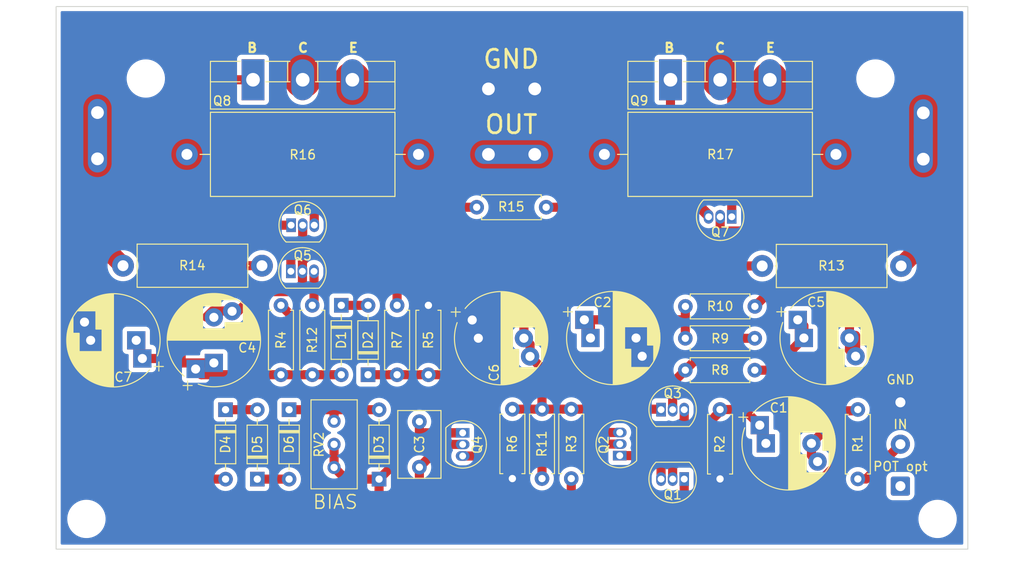
<source format=kicad_pcb>
(kicad_pcb (version 20211014) (generator pcbnew)
  (layers (0 "F.Cu" signal) (31 "B.Cu" signal) (34 "B.Paste" user) (35 "F.Paste" user) (36 "B.SilkS" user "B.Silkscreen") (37 "F.SilkS" user "F.Silkscreen") (38 "B.Mask" user) (39 "F.Mask" user) (44 "Edge.Cuts" user))
  (net 0 "")
  (net 1 "Net-(C1-Pad1)")
  (net 2 "Net-(C1-Pad2)")
  (net 3 "GND")
  (net 4 "Net-(C2-Pad1)")
  (net 5 "Net-(C3-Pad1)")
  (net 6 "Net-(C3-Pad2)")
  (net 7 "Net-(C4-Pad1)")
  (net 8 "Net-(C4-Pad2)")
  (net 9 "Net-(C5-Pad1)")
  (net 10 "OUT")
  (net 11 "Net-(C6-Pad2)")
  (net 12 "Net-(D1-Pad1)")
  (net 13 "Net-(D2-Pad1)")
  (net 14 "Net-(D3-Pad2)")
  (net 15 "Net-(D4-Pad1)")
  (net 16 "Net-(D4-Pad2)")
  (net 17 "Net-(D5-Pad1)")
  (net 18 "IN")
  (net 19 "-VDC")
  (net 20 "+VDC")
  (net 21 "Net-(Q1-Pad3)")
  (net 22 "Net-(Q2-Pad3)")
  (net 23 "Net-(Q3-Pad2)")
  (net 24 "Net-(Q4-Pad3)")
  (net 25 "Net-(Q5-Pad3)")
  (net 26 "Net-(Q6-Pad3)")
  (net 27 "Net-(Q7-Pad3)")
  (net 28 "Net-(R1-Pad1)")
  (net 29 "Net-(Q8-Pad3)")
  (net 30 "Net-(Q9-Pad3)")
  (footprint "Connector_Wire:SolderWire-0.5sqmm_1x03_P4.6mm_D0.9mm_OD2.1mm" (layer "F.Cu") (at 167.46 82.387911 90)
    (fp_text reference "POT opt" (at 2.157911 0.000406) (layer "F.SilkS"))
    (fp_text value "56K")
    (pad "1" thru_hole roundrect locked (at 0 0 90) (size 2.1 2.1) (drill 1.1) (layers *.Cu *.Mask) (roundrect_rratio 0.1190480952) (net 18 "IN"))
    (pad "2" thru_hole circle locked (at 4.6 0 90) (size 2.1 2.1) (drill 1.1) (layers *.Cu *.Mask) (net 28 "Net-(R1-Pad1)"))
    (pad "3" thru_hole circle locked (at 9.2 0 90) (size 2.1 2.1) (drill 1.1) (layers *.Cu *.Mask) (net 3 "GND"))
  )
  (footprint "Resistor_THT:R_Axial_DIN0207_L6.3mm_D2.5mm_P7.62mm_Horizontal" (layer "F.Cu") (at 143.867094 69.658167)
    (fp_text reference "R8" (at 3.81 -0.011774) (layer "F.SilkS"))
    (fp_text value "82K")
    (pad "1" thru_hole circle locked (at 0 0) (size 1.6 1.6) (drill 0.8) (layers *.Cu *.Mask) (net 23 "Net-(Q3-Pad2)"))
    (pad "2" thru_hole oval locked (at 7.62 0) (size 1.6 1.6) (drill 0.8) (layers *.Cu *.Mask) (net 9 "Net-(C5-Pad1)"))
  )
  (footprint "Diode_THT:D_DO-35_SOD27_P7.62mm_Horizontal" (layer "F.Cu") (at 96.920823 81.62 90)
    (fp_text reference "D5" (at 3.797292 0.006792 90) (layer "F.SilkS"))
    (fp_text value "1N4149")
    (fp_text user " " (at 0 -1.8 90) (layer "F.SilkS"))
    (pad "1" thru_hole rect locked (at 0 0 90) (size 1.6 1.6) (drill 0.8) (layers *.Cu *.Mask) (net 17 "Net-(D5-Pad1)"))
    (pad "2" thru_hole oval locked (at 7.62 0 90) (size 1.6 1.6) (drill 0.8) (layers *.Cu *.Mask) (net 15 "Net-(D4-Pad1)"))
  )
  (footprint "Resistor_THT:R_Axial_DIN0207_L6.3mm_D2.5mm_P7.62mm_Horizontal" (layer "F.Cu") (at 128.605 51.77 180)
    (fp_text reference "R15" (at 3.825 0.048109 180) (layer "F.SilkS"))
    (fp_text value "470/1W")
    (pad "1" thru_hole circle locked (at 0 0 180) (size 1.6 1.6) (drill 0.8) (layers *.Cu *.Mask) (net 27 "Net-(Q7-Pad3)"))
    (pad "2" thru_hole oval locked (at 7.62 0 180) (size 1.6 1.6) (drill 0.8) (layers *.Cu *.Mask) (net 26 "Net-(Q6-Pad3)"))
  )
  (footprint "Resistor_THT:R_Axial_DIN0207_L6.3mm_D2.5mm_P7.62mm_Horizontal" (layer "F.Cu") (at 124.897305 73.94 -90)
    (fp_text reference "R6" (at 3.805 0.016344 90) (layer "F.SilkS"))
    (fp_text value "22K")
    (pad "1" thru_hole circle locked (at 0 0 270) (size 1.6 1.6) (drill 0.8) (layers *.Cu *.Mask) (net 11 "Net-(C6-Pad2)"))
    (pad "2" thru_hole oval locked (at 7.62 0 270) (size 1.6 1.6) (drill 0.8) (layers *.Cu *.Mask) (net 3 "GND"))
  )
  (footprint "MountingHole:MountingHole_3.2mm_M3" (layer "F.Cu") (at 171.54 85.99)
    (fp_text reference "REF**" hide)
    (fp_text value "MountingHole_3.2mm_M3")
    (pad "" np_thru_hole circle locked (at 0 0) (size 3.2 3.2) (drill 3.2) (layers *.Cu *.Mask))
  )
  (footprint "Resistor_THT:R_Axial_DIN0922_L20.0mm_D9.0mm_P25.40mm_Horizontal" (layer "F.Cu") (at 114.6 45.967234 180)
    (fp_text reference "R16" (at 12.7 -0.043) (layer "F.SilkS"))
    (fp_text value "0R33/5W")
    (pad "1" thru_hole circle locked (at 0 0 180) (size 2.4 2.4) (drill 1.2) (layers *.Cu *.Mask) (net 10 "OUT"))
    (pad "2" thru_hole oval locked (at 25.4 0 180) (size 2.4 2.4) (drill 1.2) (layers *.Cu *.Mask) (net 29 "Net-(Q8-Pad3)"))
  )
  (footprint "MountingHole:MountingHole_3.2mm_M3" (layer "F.Cu") (at 78.18 85.99)
    (fp_text reference "REF**" hide)
    (fp_text value "MountingHole_3.2mm_M3")
    (pad "" np_thru_hole circle locked (at 0 0) (size 3.2 3.2) (drill 3.2) (layers *.Cu *.Mask))
  )
  (footprint "Capacitor_THT:CP_Radial_D10.0mm_P5.00mm_P7.50mm" (layer "F.Cu") (at 133.464628 66.13)
    (fp_text reference "C2" (at 1.322466 -3.909642) (layer "F.SilkS"))
    (fp_text value "10uF/25V")
    (pad "1" thru_hole rect locked (at 0 0) (size 2 2) (drill 1) (layers *.Cu *.Mask) (net 4 "Net-(C2-Pad1)"))
    (pad "1" thru_hole rect locked (at -0.672144 -2) (size 2 2) (drill 1) (layers *.Cu *.Mask) (net 4 "Net-(C2-Pad1)"))
    (pad "2" thru_hole circle locked (at 5 0) (size 2 2) (drill 1) (layers *.Cu *.Mask) (net 3 "GND"))
    (pad "2" thru_hole circle locked (at 5.672144 2) (size 2 2) (drill 1) (layers *.Cu *.Mask) (net 3 "GND"))
  )
  (footprint "Resistor_THT:R_Axial_DIN0414_L11.9mm_D4.5mm_P15.24mm_Horizontal" (layer "F.Cu") (at 152.3 58.217966)
    (fp_text reference "R13" (at 7.6 -0.018023) (layer "F.SilkS"))
    (fp_text value "82/1W")
    (pad "1" thru_hole circle locked (at 0 0) (size 2.4 2.4) (drill 1.2) (layers *.Cu *.Mask) (net 11 "Net-(C6-Pad2)"))
    (pad "2" thru_hole oval locked (at 15.24 0) (size 2.4 2.4) (drill 1.2) (layers *.Cu *.Mask) (net 19 "-VDC"))
  )
  (footprint "MountingHole:MountingHole_3.2mm_M3" (layer "F.Cu") (at 84.69 37.64)
    (fp_text reference "REF**" hide)
    (fp_text value "MountingHole_3.2mm_M3")
    (pad "" np_thru_hole circle locked (at 0 0) (size 3.2 3.2) (drill 3.2) (layers *.Cu *.Mask))
  )
  (footprint "Custom Library:Spade Conector 6.3mm TE_1217861" (layer "F.Cu") (at 124.8125 45.967234)
    (fp_text reference "J2" hide)
    (fp_text value "OUT" hide)
    (pad "1" thru_hole oval (at 2.54 0) (size 5 2.1) (drill 1.4 (offset -1 0)) (layers *.Cu *.Mask) (net 10 "OUT"))
    (pad "1" thru_hole oval (at -2.54 0) (size 5 2.1) (drill 1.4 (offset 1 0)) (layers *.Cu *.Mask) (net 10 "OUT"))
  )
  (footprint "Resistor_THT:R_Axial_DIN0207_L6.3mm_D2.5mm_P7.62mm_Horizontal" (layer "F.Cu") (at 128.147305 73.94 -90)
    (fp_text reference "R11" (at 3.805 0.016344 90) (layer "F.SilkS"))
    (fp_text value "47")
    (pad "1" thru_hole circle locked (at 0 0 270) (size 1.6 1.6) (drill 0.8) (layers *.Cu *.Mask) (net 11 "Net-(C6-Pad2)"))
    (pad "2" thru_hole oval locked (at 7.62 0 270) (size 1.6 1.6) (drill 0.8) (layers *.Cu *.Mask) (net 24 "Net-(Q4-Pad3)"))
  )
  (footprint "Package_TO_SOT_THT:TO-92_Inline" (layer "F.Cu") (at 148.96 52.82 180)
    (fp_text reference "Q7" (at 1.27 -1.662708) (layer "F.SilkS"))
    (fp_text value "BC556")
    (pad "1" thru_hole rect locked (at 0 0 180) (size 1.05 1.5) (drill 0.75) (layers *.Cu *.Mask) (net 19 "-VDC"))
    (pad "2" thru_hole oval locked (at 1.27 0 180) (size 1.05 1.5) (drill 0.75) (layers *.Cu *.Mask) (net 6 "Net-(C3-Pad2)"))
    (pad "3" thru_hole oval locked (at 2.54 0 180) (size 1.05 1.5) (drill 0.75) (layers *.Cu *.Mask) (net 27 "Net-(Q7-Pad3)"))
  )
  (footprint "MountingHole:MountingHole_3.2mm_M3" (layer "F.Cu") (at 164.72 37.64)
    (fp_text reference "REF**" hide)
    (fp_text value "MountingHole_3.2mm_M3")
    (pad "" np_thru_hole circle locked (at 0 0) (size 3.2 3.2) (drill 3.2) (layers *.Cu *.Mask))
  )
  (footprint "Package_TO_SOT_THT:TO-92_Inline" (layer "F.Cu") (at 100.63 53.739003)
    (fp_text reference "Q6" (at 1.27 -1.662708) (layer "F.SilkS"))
    (fp_text value "BC546")
    (pad "1" thru_hole rect locked (at 0 0) (size 1.05 1.5) (drill 0.75) (layers *.Cu *.Mask) (net 20 "+VDC"))
    (pad "2" thru_hole oval locked (at 1.27 0) (size 1.05 1.5) (drill 0.75) (layers *.Cu *.Mask) (net 16 "Net-(D4-Pad2)"))
    (pad "3" thru_hole oval locked (at 2.54 0) (size 1.05 1.5) (drill 0.75) (layers *.Cu *.Mask) (net 26 "Net-(Q6-Pad3)"))
  )
  (footprint "Package_TO_SOT_THT:TO-92_Inline" (layer "F.Cu") (at 136.677094 79.040588 90)
    (fp_text reference "Q2" (at 1.192362 -1.740978 90) (layer "F.SilkS"))
    (fp_text value "BC556")
    (pad "1" thru_hole rect locked (at 0 0 90) (size 1.05 1.5) (drill 0.75) (layers *.Cu *.Mask) (net 21 "Net-(Q1-Pad3)"))
    (pad "2" thru_hole oval locked (at 1.27 0 90) (size 1.05 1.5) (drill 0.75) (layers *.Cu *.Mask) (net 13 "Net-(D2-Pad1)"))
    (pad "3" thru_hole oval locked (at 2.54 0 90) (size 1.05 1.5) (drill 0.75) (layers *.Cu *.Mask) (net 22 "Net-(Q2-Pad3)"))
  )
  (footprint "Resistor_THT:R_Axial_DIN0207_L6.3mm_D2.5mm_P7.62mm_Horizontal" (layer "F.Cu") (at 99.514628 62.54 -90)
    (fp_text reference "R4" (at 3.815 0.005 90) (layer "F.SilkS"))
    (fp_text value "560")
    (pad "1" thru_hole circle locked (at 0 0 270) (size 1.6 1.6) (drill 0.8) (layers *.Cu *.Mask) (net 22 "Net-(Q2-Pad3)"))
    (pad "2" thru_hole oval locked (at 7.62 0 270) (size 1.6 1.6) (drill 0.8) (layers *.Cu *.Mask) (net 7 "Net-(C4-Pad1)"))
  )
  (footprint "Diode_THT:D_DO-35_SOD27_P7.62mm_Horizontal" (layer "F.Cu") (at 109.068454 70.16 90)
    (fp_text reference "D2" (at 3.805 -0.004104 90) (layer "F.SilkS"))
    (fp_text value "1N4149")
    (fp_text user " " (at 0 -1.8 90) (layer "F.SilkS"))
    (pad "1" thru_hole rect locked (at 0 0 90) (size 1.6 1.6) (drill 0.8) (layers *.Cu *.Mask) (net 13 "Net-(D2-Pad1)"))
    (pad "2" thru_hole oval locked (at 7.62 0 90) (size 1.6 1.6) (drill 0.8) (layers *.Cu *.Mask) (net 12 "Net-(D1-Pad1)"))
  )
  (footprint "Capacitor_THT:C_Rect_L7.2mm_W4.5mm_P5.00mm_FKS2_FKP2_MKS2_MKP2" (layer "F.Cu") (at 114.697425 80.31 90)
    (fp_text reference "C3" (at 2.487292 0.011632 90) (layer "F.SilkS"))
    (fp_text value "47pF")
    (pad "1" thru_hole circle locked (at 0 0 90) (size 1.6 1.6) (drill 0.8) (layers *.Cu *.Mask) (net 5 "Net-(C3-Pad1)"))
    (pad "2" thru_hole circle locked (at 5 0 90) (size 1.6 1.6) (drill 0.8) (layers *.Cu *.Mask) (net 6 "Net-(C3-Pad2)"))
  )
  (footprint "Capacitor_THT:CP_Radial_D10.0mm_P5.00mm_P7.50mm" (layer "F.Cu") (at 152.704417 77.695411)
    (fp_text reference "C1" (at 1.404707 -3.905) (layer "F.SilkS"))
    (fp_text value "10nF")
    (pad "1" thru_hole rect locked (at 0 0) (size 2 2) (drill 1) (layers *.Cu *.Mask) (net 1 "Net-(C1-Pad1)"))
    (pad "1" thru_hole rect locked (at -0.672144 -2) (size 2 2) (drill 1) (layers *.Cu *.Mask) (net 1 "Net-(C1-Pad1)"))
    (pad "2" thru_hole circle locked (at 5 0) (size 2 2) (drill 1) (layers *.Cu *.Mask) (net 2 "Net-(C1-Pad2)"))
    (pad "2" thru_hole circle locked (at 5.672144 2) (size 2 2) (drill 1) (layers *.Cu *.Mask) (net 2 "Net-(C1-Pad2)"))
  )
  (footprint "Custom Library:Spade Conector 6.3mm TE_1217861" (layer "F.Cu") (at 169.97 43.952616 -90)
    (fp_text reference "J3" hide)
    (fp_text value "V+" hide)
    (pad "1" thru_hole oval (at -2.54 0 270) (size 5 2.1) (drill 1.4 (offset 1 0)) (layers *.Cu *.Mask) (net 19 "-VDC"))
    (pad "1" thru_hole oval (at 2.54 0 270) (size 5 2.1) (drill 1.4 (offset -1 0)) (layers *.Cu *.Mask) (net 19 "-VDC"))
  )
  (footprint "Diode_THT:D_DO-35_SOD27_P7.62mm_Horizontal" (layer "F.Cu") (at 110.275823 81.62 90)
    (fp_text reference "D3" (at 3.797292 0.001792 90) (layer "F.SilkS"))
    (fp_text value "1N4149")
    (fp_text user " " (at 0 -1.8 90) (layer "F.SilkS"))
    (pad "1" thru_hole rect locked (at 0 0 90) (size 1.6 1.6) (drill 0.8) (layers *.Cu *.Mask) (net 6 "Net-(C3-Pad2)"))
    (pad "2" thru_hole oval locked (at 7.62 0 90) (size 1.6 1.6) (drill 0.8) (layers *.Cu *.Mask) (net 14 "Net-(D3-Pad2)"))
  )
  (footprint "Potentiometer_THT:Potentiometer_Bourns_3296W_Vertical" (layer "F.Cu") (at 105.340823 75.26 90)
    (fp_text reference "RV2" (at -2.562708 -1.64937 90) (layer "F.SilkS"))
    (fp_text value "1K")
    (pad "1" thru_hole circle locked (at 0 0 90) (size 1.44 1.44) (drill 0.8) (layers *.Cu *.Mask) (net 14 "Net-(D3-Pad2)"))
    (pad "2" thru_hole circle locked (at -2.54 0 90) (size 1.44 1.44) (drill 0.8) (layers *.Cu *.Mask) (net 6 "Net-(C3-Pad2)"))
    (pad "3" thru_hole circle locked (at -5.08 0 90) (size 1.44 1.44) (drill 0.8) (layers *.Cu *.Mask) (net 6 "Net-(C3-Pad2)"))
  )
  (footprint "Capacitor_THT:CP_Radial_D10.0mm_P5.00mm_P7.50mm" (layer "F.Cu") (at 83.64 66.38 180)
    (fp_text reference "C7" (at 1.41 -4.04 180) (layer "F.SilkS"))
    (fp_text value "220uF")
    (pad "1" thru_hole rect locked (at -0.672144 -2 180) (size 2 2) (drill 1) (layers *.Cu *.Mask) (net 7 "Net-(C4-Pad1)"))
    (pad "1" thru_hole rect locked (at 0 0 180) (size 2 2) (drill 1) (layers *.Cu *.Mask) (net 7 "Net-(C4-Pad1)"))
    (pad "2" thru_hole circle locked (at 5.672144 2 180) (size 2 2) (drill 1) (layers *.Cu *.Mask) (net 3 "GND"))
    (pad "2" thru_hole circle locked (at 5 0 180) (size 2 2) (drill 1) (layers *.Cu *.Mask) (net 3 "GND"))
  )
  (footprint "Diode_THT:D_DO-35_SOD27_P7.62mm_Horizontal" (layer "F.Cu") (at 93.435823 74 -90)
    (fp_text reference "D4" (at 3.822708 0.003208 90) (layer "F.SilkS"))
    (fp_text value "1N4149")
    (fp_text user " " (at 0 -1.8 90) (layer "F.SilkS"))
    (pad "1" thru_hole rect locked (at 0 0 270) (size 1.6 1.6) (drill 0.8) (layers *.Cu *.Mask) (net 15 "Net-(D4-Pad1)"))
    (pad "2" thru_hole oval locked (at 7.62 0 270) (size 1.6 1.6) (drill 0.8) (layers *.Cu *.Mask) (net 16 "Net-(D4-Pad2)"))
  )
  (footprint "Package_TO_SOT_THT:TO-92_Inline" (layer "F.Cu") (at 143.747094 81.611769 180)
    (fp_text reference "Q1" (at 1.27 -1.725) (layer "F.SilkS"))
    (fp_text value "BC556")
    (pad "1" thru_hole rect locked (at 0 0 180) (size 1.05 1.5) (drill 0.75) (layers *.Cu *.Mask) (net 5 "Net-(C3-Pad1)"))
    (pad "2" thru_hole oval locked (at 1.27 0 180) (size 1.05 1.5) (drill 0.75) (layers *.Cu *.Mask) (net 1 "Net-(C1-Pad1)"))
    (pad "3" thru_hole oval locked (at 2.54 0 180) (size 1.05 1.5) (drill 0.75) (layers *.Cu *.Mask) (net 21 "Net-(Q1-Pad3)"))
  )
  (footprint "Capacitor_THT:CP_Radial_D10.0mm_P5.00mm_P7.50mm" (layer "F.Cu") (at 121.165135 66.15)
    (fp_text reference "C6" (at 1.727677 3.792229 90) (layer "F.SilkS"))
    (fp_text value "220uF")
    (pad "1" thru_hole rect locked (at 0 0) (size 2 2) (drill 1) (layers *.Cu *.Mask) (net 3 "GND"))
    (pad "1" thru_hole rect locked (at -0.672144 -2) (size 2 2) (drill 1) (layers *.Cu *.Mask) (net 3 "GND"))
    (pad "2" thru_hole circle locked (at 5.672144 2) (size 2 2) (drill 1) (layers *.Cu *.Mask) (net 11 "Net-(C6-Pad2)"))
    (pad "2" thru_hole circle locked (at 5 0) (size 2 2) (drill 1) (layers *.Cu *.Mask) (net 11 "Net-(C6-Pad2)"))
  )
  (footprint "Package_TO_SOT_THT:TO-92_Inline" (layer "F.Cu") (at 119.447425 76.54 -90)
    (fp_text reference "Q4" (at 1.307708 -1.587229 90) (layer "F.SilkS"))
    (fp_text value "BC546")
    (pad "1" thru_hole rect locked (at 0 0 270) (size 1.05 1.5) (drill 0.75) (layers *.Cu *.Mask) (net 6 "Net-(C3-Pad2)"))
    (pad "2" thru_hole oval locked (at 1.27 0 270) (size 1.05 1.5) (drill 0.75) (layers *.Cu *.Mask) (net 5 "Net-(C3-Pad1)"))
    (pad "3" thru_hole oval locked (at 2.54 0 270) (size 1.05 1.5) (drill 0.75) (layers *.Cu *.Mask) (net 24 "Net-(Q4-Pad3)"))
  )
  (footprint "Diode_THT:D_DO-35_SOD27_P7.62mm_Horizontal" (layer "F.Cu") (at 100.405823 74 -90)
    (fp_text reference "D6" (at 3.822708 0.003208 90) (layer "F.SilkS"))
    (fp_text value "1N4149")
    (fp_text user " " (at 0 -1.8 90) (layer "F.SilkS"))
    (pad "1" thru_hole rect locked (at 0 0 270) (size 1.6 1.6) (drill 0.8) (layers *.Cu *.Mask) (net 14 "Net-(D3-Pad2)"))
    (pad "2" thru_hole oval locked (at 7.62 0 270) (size 1.6 1.6) (drill 0.8) (layers *.Cu *.Mask) (net 17 "Net-(D5-Pad1)"))
  )
  (footprint "Package_TO_SOT_THT:TO-92_Inline" (layer "F.Cu") (at 100.6 58.807591)
    (fp_text reference "Q5" (at 1.29 -1.723613) (layer "F.SilkS"))
    (fp_text value "BC556")
    (pad "1" thru_hole rect locked (at 0 0) (size 1.05 1.5) (drill 0.75) (layers *.Cu *.Mask) (net 16 "Net-(D4-Pad2)"))
    (pad "2" thru_hole oval locked (at 1.27 0) (size 1.05 1.5) (drill 0.75) (layers *.Cu *.Mask) (net 8 "Net-(C4-Pad2)"))
    (pad "3" thru_hole oval locked (at 2.54 0) (size 1.05 1.5) (drill 0.75) (layers *.Cu *.Mask) (net 25 "Net-(Q5-Pad3)"))
  )
  (footprint "Custom Library:Spade Conector 6.3mm TE_1217861" (layer "F.Cu") (at 79.39 43.917616 90)
    (fp_text reference "J4" hide)
    (fp_text value "V-" hide)
    (pad "1" thru_hole oval (at 2.54 0 90) (size 5 2.1) (drill 1.4 (offset -1 0)) (layers *.Cu *.Mask) (net 20 "+VDC"))
    (pad "1" thru_hole oval (at -2.54 0 90) (size 5 2.1) (drill 1.4 (offset 1 0)) (layers *.Cu *.Mask) (net 20 "+VDC"))
  )
  (footprint "Resistor_THT:R_Axial_DIN0207_L6.3mm_D2.5mm_P7.62mm_Horizontal" (layer "F.Cu") (at 151.487094 66.15765 180)
    (fp_text reference "R9" (at 3.8 -0.037708) (layer "F.SilkS"))
    (fp_text value "2.7K-3.7K")
    (pad "1" thru_hole circle locked (at 0 0 180) (size 1.6 1.6) (drill 0.8) (layers *.Cu *.Mask) (net 23 "Net-(Q3-Pad2)"))
    (pad "2" thru_hole oval locked (at 7.62 0 180) (size 1.6 1.6) (drill 0.8) (layers *.Cu *.Mask) (net 4 "Net-(C2-Pad1)"))
  )
  (footprint "Package_TO_SOT_THT:TO-92_Inline" (layer "F.Cu") (at 141.207094 73.994208)
    (fp_text reference "Q3" (at 1.27 -1.789801) (layer "F.SilkS"))
    (fp_text value "BC556")
    (pad "1" thru_hole rect locked (at 0 0) (size 1.05 1.5) (drill 0.75) (layers *.Cu *.Mask) (net 11 "Net-(C6-Pad2)"))
    (pad "2" thru_hole oval locked (at 1.27 0) (size 1.05 1.5) (drill 0.75) (layers *.Cu *.Mask) (net 23 "Net-(Q3-Pad2)"))
    (pad "3" thru_hole oval locked (at 2.54 0) (size 1.05 1.5) (drill 0.75) (layers *.Cu *.Mask) (net 21 "Net-(Q1-Pad3)"))
  )
  (footprint "Package_TO_SOT_THT:TO-264-3_Vertical" (layer "F.Cu") (at 142.24 37.777234)
    (fp_text reference "Q9" (at -3.43 2.292766) (layer "F.SilkS"))
    (fp_text value "MJL21193")
    (pad "1" thru_hole rect locked (at 0 0) (size 2.5 4.5) (drill 1.5) (layers *.Cu *.Mask) (net 27 "Net-(Q7-Pad3)"))
    (pad "2" thru_hole oval locked (at 5.45 0) (size 2.5 4.5) (drill 1.5) (layers *.Cu *.Mask) (net 19 "-VDC"))
    (pad "3" thru_hole oval locked (at 10.9 0) (size 2.5 4.5) (drill 1.5) (layers *.Cu *.Mask) (net 30 "Net-(Q9-Pad3)"))
  )
  (footprint "Custom Library:Spade Conector 6.3mm TE_1217861" (layer "F.Cu") (at 124.8125 38.779797)
    (fp_text reference "J7" hide)
    (fp_text value "GND" hide)
    (pad "1" thru_hole oval (at 2.54 0) (size 5 2.1) (drill 1.4 (offset -1 0)) (layers *.Cu *.Mask) (net 3 "GND"))
    (pad "1" thru_hole oval (at -2.54 0) (size 5 2.1) (drill 1.4 (offset 1 0)) (layers *.Cu *.Mask) (net 3 "GND"))
  )
  (footprint "Resistor_THT:R_Axial_DIN0207_L6.3mm_D2.5mm_P7.62mm_Horizontal" (layer "F.Cu") (at 162.789594 81.597911 90)
    (fp_text reference "R1" (at 3.8825 -0.00547 90) (layer "F.SilkS"))
    (fp_text value "1K")
    (pad "1" thru_hole circle locked (at 0 0 90) (size 1.6 1.6) (drill 0.8) (layers *.Cu *.Mask) (net 28 "Net-(R1-Pad1)"))
    (pad "2" thru_hole oval locked (at 7.62 0 90) (size 1.6 1.6) (drill 0.8) (layers *.Cu *.Mask) (net 2 "Net-(C1-Pad2)"))
  )
  (footprint "Resistor_THT:R_Axial_DIN0207_L6.3mm_D2.5mm_P7.62mm_Horizontal" (layer "F.Cu") (at 115.687968 62.54 -90)
    (fp_text reference "R5" (at 3.815 0.00388 90) (layer "F.SilkS"))
    (fp_text value "22K")
    (pad "1" thru_hole circle locked (at 0 0 270) (size 1.6 1.6) (drill 0.8) (layers *.Cu *.Mask) (net 3 "GND"))
    (pad "2" thru_hole oval locked (at 7.62 0 270) (size 1.6 1.6) (drill 0.8) (layers *.Cu *.Mask) (net 13 "Net-(D2-Pad1)"))
  )
  (footprint "Resistor_THT:R_Axial_DIN0922_L20.0mm_D9.0mm_P25.40mm_Horizontal" (layer "F.Cu") (at 160.39 45.967234 180)
    (fp_text reference "R17" (at 12.68 -0.005) (layer "F.SilkS"))
    (fp_text value "0R33/5W")
    (pad "1" thru_hole circle locked (at 0 0 180) (size 2.4 2.4) (drill 1.2) (layers *.Cu *.Mask) (net 30 "Net-(Q9-Pad3)"))
    (pad "2" thru_hole oval locked (at 25.4 0 180) (size 2.4 2.4) (drill 1.2) (layers *.Cu *.Mask) (net 10 "OUT"))
  )
  (footprint "Package_TO_SOT_THT:TO-264-3_Vertical" (layer "F.Cu") (at 96.45 37.777234)
    (fp_text reference "Q8" (at -3.39 2.322766) (layer "F.SilkS"))
    (fp_text value "MJL21194")
    (pad "1" thru_hole rect locked (at 0 0) (size 2.5 4.5) (drill 1.5) (layers *.Cu *.Mask) (net 26 "Net-(Q6-Pad3)"))
    (pad "2" thru_hole oval locked (at 5.45 0) (size 2.5 4.5) (drill 1.5) (layers *.Cu *.Mask) (net 20 "+VDC"))
    (pad "3" thru_hole oval locked (at 10.9 0) (size 2.5 4.5) (drill 1.5) (layers *.Cu *.Mask) (net 29 "Net-(Q8-Pad3)"))
  )
  (footprint "Resistor_THT:R_Axial_DIN0207_L6.3mm_D2.5mm_P7.62mm_Horizontal" (layer "F.Cu") (at 131.357305 73.94 -90)
    (fp_text reference "R3" (at 3.81 -0.02453 90) (layer "F.SilkS"))
    (fp_text value "1.5K")
    (pad "1" thru_hole circle locked (at 0 0 270) (size 1.6 1.6) (drill 0.8) (layers *.Cu *.Mask) (net 11 "Net-(C6-Pad2)"))
    (pad "2" thru_hole oval locked (at 7.62 0 270) (size 1.6 1.6) (drill 0.8) (layers *.Cu *.Mask) (net 5 "Net-(C3-Pad1)"))
  )
  (footprint "Resistor_THT:R_Axial_DIN0207_L6.3mm_D2.5mm_P7.62mm_Horizontal" (layer "F.Cu") (at 102.949163 62.54 -90)
    (fp_text reference "R12" (at 3.815 0.005 90) (layer "F.SilkS"))
    (fp_text value "150")
    (pad "1" thru_hole circle locked (at 0 0 270) (size 1.6 1.6) (drill 0.8) (layers *.Cu *.Mask) (net 25 "Net-(Q5-Pad3)"))
    (pad "2" thru_hole oval locked (at 7.62 0 270) (size 1.6 1.6) (drill 0.8) (layers *.Cu *.Mask) (net 7 "Net-(C4-Pad1)"))
  )
  (footprint "Resistor_THT:R_Axial_DIN0207_L6.3mm_D2.5mm_P7.62mm_Horizontal" (layer "F.Cu") (at 143.877094 62.657132)
    (fp_text reference "R10" (at 3.81 -0.011774) (layer "F.SilkS"))
    (fp_text value "56K")
    (pad "1" thru_hole circle locked (at 0 0) (size 1.6 1.6) (drill 0.8) (layers *.Cu *.Mask) (net 4 "Net-(C2-Pad1)"))
    (pad "2" thru_hole oval locked (at 7.62 0) (size 1.6 1.6) (drill 0.8) (layers *.Cu *.Mask) (net 10 "OUT"))
  )
  (footprint "Resistor_THT:R_Axial_DIN0414_L11.9mm_D4.5mm_P15.24mm_Horizontal" (layer "F.Cu") (at 82.190758 58.19)
    (fp_text reference "R14" (at 7.6 -0.018023) (layer "F.SilkS"))
    (fp_text value "82/1W")
    (pad "1" thru_hole circle locked (at 0 0) (size 2.4 2.4) (drill 1.2) (layers *.Cu *.Mask) (net 20 "+VDC"))
    (pad "2" thru_hole oval locked (at 15.24 0) (size 2.4 2.4) (drill 1.2) (layers *.Cu *.Mask) (net 7 "Net-(C4-Pad1)"))
  )
  (footprint "Capacitor_THT:CP_Radial_D10.0mm_P5.00mm_P7.50mm" (layer "F.Cu") (at 92.156027 68.862677 90)
    (fp_text reference "C4" (at 1.652677 3.649776) (layer "F.SilkS"))
    (fp_text value "47uF")
    (pad "1" thru_hole rect locked (at -0.672144 -2 90) (size 2 2) (drill 1) (layers *.Cu *.Mask) (net 7 "Net-(C4-Pad1)"))
    (pad "1" thru_hole rect locked (at 0 0 90) (size 2 2) (drill 1) (layers *.Cu *.Mask) (net 7 "Net-(C4-Pad1)"))
    (pad "2" thru_hole circle locked (at 5 0 90) (size 2 2) (drill 1) (layers *.Cu *.Mask) (net 8 "Net-(C4-Pad2)"))
    (pad "2" thru_hole circle locked (at 5.672144 2 90) (size 2 2) (drill 1) (layers *.Cu *.Mask) (net 8 "Net-(C4-Pad2)"))
  )
  (footprint "Resistor_THT:R_Axial_DIN0207_L6.3mm_D2.5mm_P7.62mm_Horizontal" (layer "F.Cu") (at 112.253211 62.54 -90)
    (fp_text reference "R7" (at 3.815 0.00388 90) (layer "F.SilkS"))
    (fp_text value "1K")
    (pad "1" thru_hole circle locked (at 0 0 270) (size 1.6 1.6) (drill 0.8) (layers *.Cu *.Mask) (net 8 "Net-(C4-Pad2)"))
    (pad "2" thru_hole oval locked (at 7.62 0 270) (size 1.6 1.6) (drill 0.8) (layers *.Cu *.Mask) (net 13 "Net-(D2-Pad1)"))
  )
  (footprint "Diode_THT:D_DO-35_SOD27_P7.62mm_Horizontal" (layer "F.Cu") (at 106.133697 62.54 -90)
    (fp_text reference "D1" (at 3.815 0.004328 90) (layer "F.SilkS"))
    (fp_text value "1N4149")
    (fp_text user " " (at 0 -1.8 90) (layer "F.SilkS"))
    (pad "1" thru_hole rect locked (at 0 0 270) (size 1.6 1.6) (drill 0.8) (layers *.Cu *.Mask) (net 12 "Net-(D1-Pad1)"))
    (pad "2" thru_hole oval locked (at 7.62 0 270) (size 1.6 1.6) (drill 0.8) (layers *.Cu *.Mask) (net 7 "Net-(C4-Pad1)"))
  )
  (footprint "Capacitor_THT:CP_Radial_D10.0mm_P5.00mm_P7.50mm" (layer "F.Cu") (at 156.874628 66.13)
    (fp_text reference "C5" (at 1.337466 -3.934642) (layer "F.SilkS"))
    (fp_text value "10nF/16V")
    (pad "1" thru_hole rect locked (at 0 0) (size 2 2) (drill 1) (layers *.Cu *.Mask) (net 9 "Net-(C5-Pad1)"))
    (pad "1" thru_hole rect locked (at -0.672144 -2) (size 2 2) (drill 1) (layers *.Cu *.Mask) (net 9 "Net-(C5-Pad1)"))
    (pad "2" thru_hole circle locked (at 5.672144 2) (size 2 2) (drill 1) (layers *.Cu *.Mask) (net 10 "OUT"))
    (pad "2" thru_hole circle locked (at 5 0) (size 2 2) (drill 1) (layers *.Cu *.Mask) (net 10 "OUT"))
  )
  (footprint "Resistor_THT:R_Axial_DIN0207_L6.3mm_D2.5mm_P7.62mm_Horizontal" (layer "F.Cu") (at 147.676203 81.597911 90)
    (fp_text reference "R2" (at 3.81 -0.02453 90) (layer "F.SilkS"))
    (fp_text value "56K")
    (pad "1" thru_hole circle locked (at 0 0 90) (size 1.6 1.6) (drill 0.8) (layers *.Cu *.Mask) (net 3 "GND"))
    (pad "2" thru_hole oval locked (at 7.62 0 90) (size 1.6 1.6) (drill 0.8) (layers *.Cu *.Mask) (net 1 "Net-(C1-Pad1)"))
  )
  (gr_rect (start 74.855 29.74) (end 174.855 89.31) (layer "Edge.Cuts") (width 0.1) (fill none))
  (gr_text "B      C      E" (at 147.63 34.27) (layer "F.SilkS") (effects (font (size 1 1) (thickness 0.25))))
  (gr_text "IN" (at 167.46 75.61) (layer "F.SilkS") (effects (font (size 1 1))))
  (gr_text "OUT" (at 124.77 42.683033) (layer "F.SilkS") (effects (font (size 2 2) (thickness 0.3))))
  (gr_text "GND" (at 167.46 70.7) (layer "F.SilkS") (effects (font (size 1 1))))
  (gr_text "GND\n" (at 124.77 35.511101) (layer "F.SilkS") (effects (font (size 2 2) (thickness 0.3))))
  (gr_text "B      C      E" (at 101.88 34.27) (layer "F.SilkS") (effects (font (size 1 1) (thickness 0.25))))
  (gr_text "BIAS" (at 105.474834 84.130319) (layer "F.SilkS") (effects (font (size 1.5 1.5))))
  (segment (start 150.314773 73.977911) (end 152.032273 75.695411) (width 1) (layer "F.Cu") (net 1))
  (segment (start 147.676203 73.977911) (end 147.676203 74.196302) (width 1) (layer "F.Cu") (net 1))
  (segment (start 142.477094 79.395411) (end 142.477094 81.611769) (width 1) (layer "F.Cu") (net 1))
  (segment (start 147.676203 74.196302) (end 142.477094 79.395411) (width 1) (layer "F.Cu") (net 1))
  (segment (start 147.676203 73.977911) (end 150.314773 73.977911) (width 1) (layer "F.Cu") (net 1))
  (segment (start 162.647505 74.12) (end 162.789594 73.977911) (width 1) (layer "F.Cu") (net 2))
  (segment (start 157.704417 79.023267) (end 158.376561 79.695411) (width 1) (layer "F.Cu") (net 2))
  (segment (start 157.704417 77.695411) (end 161.279828 74.12) (width 1) (layer "F.Cu") (net 2))
  (segment (start 157.704417 77.695411) (end 157.704417 79.023267) (width 1) (layer "F.Cu") (net 2))
  (segment (start 161.279828 74.12) (end 162.647505 74.12) (width 1) (layer "F.Cu") (net 2))
  (segment (start 132.792484 64.13) (end 143.622058 64.13) (width 1) (layer "F.Cu") (net 4))
  (segment (start 143.867094 63.884964) (end 143.867094 62.667132) (width 1) (layer "F.Cu") (net 4))
  (segment (start 143.622058 64.13) (end 143.867094 63.884964) (width 1) (layer "F.Cu") (net 4))
  (segment (start 143.867094 62.667132) (end 143.877094 62.657132) (width 1) (layer "F.Cu") (net 4))
  (segment (start 143.867094 66.15765) (end 143.867094 63.884964) (width 1) (layer "F.Cu") (net 4))
  (segment (start 133.464628 64.802144) (end 132.792484 64.13) (width 1) (layer "F.Cu") (net 4))
  (segment (start 133.464628 66.13) (end 133.464628 64.802144) (width 1) (layer "F.Cu") (net 4))
  (segment (start 114.697425 82.75012) (end 114.697425 80.31) (width 1) (layer "F.Cu") (net 5))
  (segment (start 143.747094 83.070211) (end 143.747094 81.611769) (width 1) (layer "F.Cu") (net 5))
  (segment (start 131.357305 83.61) (end 131.457305 83.71) (width 1) (layer "F.Cu") (net 5))
  (segment (start 131.357305 81.56) (end 131.357305 83.61) (width 1) (layer "F.Cu") (net 5))
  (segment (start 117.197425 77.81) (end 114.697425 80.31) (width 1) (layer "F.Cu") (net 5))
  (segment (start 115.657305 83.71) (end 114.697425 82.75012) (width 1) (layer "F.Cu") (net 5))
  (segment (start 119.447425 77.81) (end 117.197425 77.81) (width 1) (layer "F.Cu") (net 5))
  (segment (start 133.397305 83.71) (end 143.107305 83.71) (width 1) (layer "F.Cu") (net 5))
  (segment (start 131.457305 83.71) (end 115.657305 83.71) (width 1) (layer "F.Cu") (net 5))
  (segment (start 143.107305 83.71) (end 143.747094 83.070211) (width 1) (layer "F.Cu") (net 5))
  (segment (start 133.397305 83.71) (end 131.457305 83.71) (width 1) (layer "F.Cu") (net 5))
  (segment (start 147.69 52.82) (end 147.69 54.224022) (width 1) (layer "F.Cu") (net 6))
  (segment (start 147.845978 54.38) (end 152.61 54.38) (width 1) (layer "F.Cu") (net 6))
  (segment (start 110.275823 85.275823) (end 110.95 85.95) (width 1) (layer "F.Cu") (net 6))
  (segment (start 105.340823 77.8) (end 105.340823 80.34) (width 1) (layer "F.Cu") (net 6))
  (segment (start 164.63 57.14) (end 164.63 65.26) (width 1) (layer "F.Cu") (net 6))
  (segment (start 154.525445 85.95) (end 164.63 75.845445) (width 1) (layer "F.Cu") (net 6))
  (segment (start 164.63 65.26) (end 164.63 63.669003) (width 1) (layer "F.Cu") (net 6))
  (segment (start 114.697425 75.31) (end 114.697425 77.198397) (width 1) (layer "F.Cu") (net 6))
  (segment (start 161.87 54.38) (end 164.63 57.14) (width 1) (layer "F.Cu") (net 6))
  (segment (start 115.355823 76.54) (end 114.627911 77.267911) (width 1) (layer "F.Cu") (net 6))
  (segment (start 164.63 75.845445) (end 164.63 65.26) (width 1) (layer "F.Cu") (net 6))
  (segment (start 114.697425 77.198397) (end 114.627911 77.267911) (width 1) (layer "F.Cu") (net 6))
  (segment (start 119.447425 76.54) (end 115.355823 76.54) (width 1) (layer "F.Cu") (net 6))
  (segment (start 114.627911 77.267911) (end 110.275823 81.62) (width 1) (layer "F.Cu") (net 6))
  (segment (start 110.275823 81.62) (end 110.275823 85.275823) (width 1) (layer "F.Cu") (net 6))
  (segment (start 152.61 54.38) (end 155.340998 54.38) (width 1) (layer "F.Cu") (net 6))
  (segment (start 106.620823 81.62) (end 105.340823 80.34) (width 1) (layer "F.Cu") (net 6))
  (segment (start 110.95 85.95) (end 154.525445 85.95) (width 1) (layer "F.Cu") (net 6))
  (segment (start 152.61 54.38) (end 161.87 54.38) (width 1) (layer "F.Cu") (net 6))
  (segment (start 110.275823 81.62) (end 106.620823 81.62) (width 1) (layer "F.Cu") (net 6))
  (segment (start 119.447425 76.54) (end 115.927425 76.54) (width 1) (layer "F.Cu") (net 6))
  (segment (start 147.69 54.224022) (end 147.845978 54.38) (width 1) (layer "F.Cu") (net 6))
  (segment (start 88.084646 68.38) (end 88.567323 68.862677) (width 1) (layer "F.Cu") (net 7))
  (segment (start 91.8 58.19) (end 88.567323 61.422677) (width 1) (layer "F.Cu") (net 7))
  (segment (start 88.567323 68.862677) (end 92.156027 68.862677) (width 1) (layer "F.Cu") (net 7))
  (segment (start 102.949163 70.16) (end 90.781206 70.16) (width 1) (layer "F.Cu") (net 7))
  (segment (start 84.312144 68.38) (end 88.084646 68.38) (width 1) (layer "F.Cu") (net 7))
  (segment (start 90.781206 70.16) (end 90.156027 69.534821) (width 1) (layer "F.Cu") (net 7))
  (segment (start 106.133697 70.16) (end 102.949163 70.16) (width 1) (layer "F.Cu") (net 7))
  (segment (start 88.567323 61.422677) (end 88.567323 68.862677) (width 1) (layer "F.Cu") (net 7))
  (segment (start 97.430758 58.19) (end 91.8 58.19) (width 1) (layer "F.Cu") (net 7))
  (segment (start 103.09 56.49) (end 110.24 56.49) (width 1) (layer "F.Cu") (net 8))
  (segment (start 101.87 58.807591) (end 101.87 57.71) (width 1) (layer "F.Cu") (net 8))
  (segment (start 101.87 60.211613) (end 101.87 58.807591) (width 1) (layer "F.Cu") (net 8))
  (segment (start 92.006548 63.160533) (end 94.834095 63.160533) (width 1) (layer "F.Cu") (net 8))
  (segment (start 96.954139 61.040489) (end 101.041124 61.040489) (width 1) (layer "F.Cu") (net 8))
  (segment (start 110.24 56.49) (end 112.253211 58.503211) (width 1) (layer "F.Cu") (net 8))
  (segment (start 94.834095 63.160533) (end 96.954139 61.040489) (width 1) (layer "F.Cu") (net 8))
  (segment (start 112.253211 58.503211) (end 112.253211 62.54) (width 1) (layer "F.Cu") (net 8))
  (segment (start 91.334404 63.832677) (end 92.006548 63.160533) (width 1) (layer "F.Cu") (net 8))
  (segment (start 101.041124 61.040489) (end 101.87 60.211613) (width 1) (layer "F.Cu") (net 8))
  (segment (start 101.87 57.71) (end 103.09 56.49) (width 1) (layer "F.Cu") (net 8))
  (segment (start 156.874628 64.802144) (end 156.202484 64.13) (width 1) (layer "F.Cu") (net 9))
  (segment (start 156.874628 66.13) (end 156.874628 64.802144) (width 1) (layer "F.Cu") (net 9))
  (segment (start 151.487094 69.658167) (end 153.346461 69.658167) (width 1) (layer "F.Cu") (net 9))
  (segment (start 153.346461 69.658167) (end 156.874628 66.13) (width 1) (layer "F.Cu") (net 9))
  (segment (start 125.18 54.05) (end 125.555 54.425) (width 1) (layer "F.Cu") (net 10))
  (segment (start 134.99 45.967234) (end 126.372766 45.967234) (width 4) (layer "F.Cu") (net 10))
  (segment (start 151.497094 62.657132) (end 151.457133 62.617171) (width 1) (layer "F.Cu") (net 10))
  (segment (start 125.555 54.425) (end 126.13 55) (width 1) (layer "F.Cu") (net 10))
  (segment (start 161.874628 59.695372) (end 161.874628 57.294628) (width 1) (layer "F.Cu") (net 10))
  (segment (start 126.372766 45.967234) (end 125.18 47.16) (width 1) (layer "F.Cu") (net 10))
  (segment (start 151.497094 62.657132) (end 154.472113 59.682113) (width 1) (layer "F.Cu") (net 10))
  (segment (start 125.18 47.16) (end 125.18 54.05) (width 1) (layer "F.Cu") (net 10))
  (segment (start 161.861369 59.682113) (end 161.874628 59.695372) (width 1) (layer "F.Cu") (net 10))
  (segment (start 160.5 55.92) (end 127.05 55.92) (width 1) (layer "F.Cu") (net 10))
  (segment (start 161.874628 66.13) (end 161.874628 59.695372) (width 1) (layer "F.Cu") (net 10))
  (segment (start 161.874628 66.13) (end 161.874628 67.457856) (width 1) (layer "F.Cu") (net 10))
  (segment (start 154.472113 59.682113) (end 161.861369 59.682113) (width 1) (layer "F.Cu") (net 10))
  (segment (start 127.05 55.92) (end 125.555 54.425) (width 1) (layer "F.Cu") (net 10))
  (segment (start 161.874628 57.294628) (end 160.5 55.92) (width 1) (layer "F.Cu") (net 10))
  (segment (start 162.546772 65.843228) (end 162.546772 68.13) (width 1) (layer "F.Cu") (net 10))
  (segment (start 161.874628 67.457856) (end 162.546772 68.13) (width 1) (layer "F.Cu") (net 10))
  (segment (start 126.372766 45.967234) (end 114.6 45.967234) (width 4) (layer "F.Cu") (net 10))
  (segment (start 126.14 60.25) (end 126.165135 60.275135) (width 1) (layer "F.Cu") (net 11))
  (segment (start 131.357305 73.94) (end 141.152886 73.94) (width 1) (layer "F.Cu") (net 11))
  (segment (start 131.362558 73.940588) (end 124.972053 73.940588) (width 1) (layer "F.Cu") (net 11))
  (segment (start 152.3 58.217966) (end 128.222304 58.217966) (width 1) (layer "F.Cu") (net 11))
  (segment (start 128.172034 58.217966) (end 126.14 60.25) (width 1) (layer "F.Cu") (net 11))
  (segment (start 141.152886 73.94) (end 141.207094 73.994208) (width 1) (layer "F.Cu") (net 11))
  (segment (start 128.222304 58.217966) (end 126.165135 60.275135) (width 1) (layer "F.Cu") (net 11))
  (segment (start 128.147305 69.460026) (end 126.837279 68.15) (width 1) (layer "F.Cu") (net 11))
  (segment (start 126.837279 66.822144) (end 126.165135 66.15) (width 1) (layer "F.Cu") (net 11))
  (segment (start 126.837279 68.15) (end 126.837279 66.822144) (width 1) (layer "F.Cu") (net 11))
  (segment (start 126.165135 60.275135) (end 126.165135 66.15) (width 1) (layer "F.Cu") (net 11))
  (segment (start 124.972053 73.940588) (end 124.932053 73.980588) (width 1) (layer "F.Cu") (net 11))
  (segment (start 128.147305 73.94) (end 128.147305 69.460026) (width 1) (layer "F.Cu") (net 11))
  (segment (start 106.133697 62.54) (end 109.068454 62.54) (width 1) (layer "F.Cu") (net 12))
  (segment (start 121.77 76.242032) (end 123.298556 77.770588) (width 1) (layer "F.Cu") (net 13))
  (segment (start 115.687968 70.16) (end 109.068454 70.16) (width 1) (layer "F.Cu") (net 13))
  (segment (start 121.77 72.1) (end 121.77 76.242032) (width 1) (layer "F.Cu") (net 13))
  (segment (start 115.687968 70.16) (end 119.83 70.16) (width 1) (layer "F.Cu") (net 13))
  (segment (start 119.83 70.16) (end 121.77 72.1) (width 1) (layer "F.Cu") (net 13))
  (segment (start 123.298556 77.770588) (end 136.677094 77.770588) (width 1) (layer "F.Cu") (net 13))
  (segment (start 105.340823 75.26) (end 105.340823 74.149106) (width 1) (layer "F.Cu") (net 14))
  (segment (start 105.489929 74) (end 100.405823 74) (width 1) (layer "F.Cu") (net 14))
  (segment (start 110.275823 74) (end 105.489929 74) (width 1) (layer "F.Cu") (net 14))
  (segment (start 105.340823 74.149106) (end 105.489929 74) (width 1) (layer "F.Cu") (net 14))
  (segment (start 93.435823 74) (end 96.920823 74) (width 1) (layer "F.Cu") (net 15))
  (segment (start 101.9 53.739003) (end 101.9 55.143025) (width 1) (layer "F.Cu") (net 16))
  (segment (start 85.8 81.62) (end 93.435823 81.62) (width 1) (layer "F.Cu") (net 16))
  (segment (start 101.126513 55.916513) (end 100.6 56.443025) (width 1) (layer "F.Cu") (net 16))
  (segment (start 81.1 64.77) (end 81.1 76.92) (width 1) (layer "F.Cu") (net 16))
  (segment (start 81.1 76.92) (end 85.8 81.62) (width 1) (layer "F.Cu") (net 16))
  (segment (start 101.126513 55.916513) (end 89.953487 55.916513) (width 1) (layer "F.Cu") (net 16))
  (segment (start 101.9 55.143025) (end 101.126513 55.916513) (width 1) (layer "F.Cu") (net 16))
  (segment (start 100.6 56.443025) (end 100.6 58.807591) (width 1) (layer "F.Cu") (net 16))
  (segment (start 89.953487 55.916513) (end 81.1 64.77) (width 1) (layer "F.Cu") (net 16))
  (segment (start 96.920823 81.62) (end 100.405823 81.62) (width 1) (layer "F.Cu") (net 17))
  (segment (start 170.01 46.028411) (end 170.01 33.79) (width 4) (layer "F.Cu") (net 19))
  (segment (start 147.69 37.777234) (end 147.69 33.12) (width 4) (layer "F.Cu") (net 19))
  (segment (start 170.02 55.762966) (end 170.02 55.051697) (width 2) (layer "F.Cu") (net 19))
  (segment (start 170.02 53.01) (end 170.02 41.326499) (width 2) (layer "F.Cu") (net 19))
  (segment (start 169.97 45.988411) (end 170.01 46.028411) (width 4) (layer "F.Cu") (net 19))
  (segment (start 169.97 41.412616) (end 169.97 45.988411) (width 4) (layer "F.Cu") (net 19))
  (segment (start 148.96 52.82) (end 148.96 39.047234) (width 1) (layer "F.Cu") (net 19))
  (segment (start 167.565 58.217966) (end 170.02 55.762966) (width 2) (layer "F.Cu") (net 19))
  (segment (start 148.44 32.37) (end 168.59 32.37) (width 4) (layer "F.Cu") (net 19))
  (segment (start 170.010997 53.019003) (end 170.02 53.01) (width 1) (layer "F.Cu") (net 19))
  (segment (start 170.01 49.6) (end 170.01 46.028411) (width 1) (layer "F.Cu") (net 19))
  (segment (start 169.97 41.412616) (end 169.97 46.492616) (width 4) (layer "F.Cu") (net 19))
  (segment (start 148.96 39.047234) (end 147.69 37.777234) (width 1) (layer "F.Cu") (net 19))
  (segment (start 147.69 33.12) (end 148.44 32.37) (width 4) (layer "F.Cu") (net 19))
  (segment (start 170.02 55.051697) (end 170.02 53.01) (width 2) (layer "F.Cu") (net 19))
  (segment (start 170.01 33.79) (end 168.59 32.37) (width 4) (layer "F.Cu") (net 19))
  (segment (start 170.02 41.326499) (end 170.01 41.316499) (width 2) (layer "F.Cu") (net 19))
  (segment (start 79.43 34.48) (end 79.48 34.48) (width 4) (layer "F.Cu") (net 20))
  (segment (start 101.9 33.68) (end 101.9 37.777234) (width 4) (layer "F.Cu") (net 20))
  (segment (start 79.43 47.078411) (end 79.43 34.48) (width 4) (layer "F.Cu") (net 20))
  (segment (start 79.43 55.429242) (end 82.190758 58.19) (width 2) (layer "F.Cu") (net 20))
  (segment (start 100.57 32.35) (end 101.9 33.68) (width 4) (layer "F.Cu") (net 20))
  (segment (start 79.43 41.281499) (end 79.43 53.36) (width 2) (layer "F.Cu") (net 20))
  (segment (start 79.809003 53.739003) (end 79.43 53.36) (width 1) (layer "F.Cu") (net 20))
  (segment (start 79.43 53.36) (end 79.43 55.429242) (width 2) (layer "F.Cu") (net 20))
  (segment (start 80.061589 47.71) (end 79.43 47.078411) (width 1) (layer "F.Cu") (net 20))
  (segment (start 100.63 53.739003) (end 79.809003 53.739003) (width 1) (layer "F.Cu") (net 20))
  (segment (start 81.61 32.35) (end 100.57 32.35) (width 4) (layer "F.Cu") (net 20))
  (segment (start 79.48 34.48) (end 81.61 32.35) (width 4) (layer "F.Cu") (net 20))
  (segment (start 143.747094 75.182906) (end 143.747094 73.994208) (width 1) (layer "F.Cu") (net 21))
  (segment (start 141.207094 77.722906) (end 143.747094 75.182906) (width 1) (layer "F.Cu") (net 21))
  (segment (start 136.677094 79.040588) (end 141.067094 79.040588) (width 1) (layer "F.Cu") (net 21))
  (segment (start 141.207094 81.611769) (end 141.207094 80.067094) (width 1) (layer "F.Cu") (net 21))
  (segment (start 141.207094 79.180588) (end 141.067094 79.040588) (width 1) (layer "F.Cu") (net 21))
  (segment (start 141.207094 80.067094) (end 141.207094 79.180588) (width 1) (layer "F.Cu") (net 21))
  (segment (start 141.207094 80.067094) (end 141.207094 77.722906) (width 1) (layer "F.Cu") (net 21))
  (segment (start 122.969511 75.163147) (end 124.306952 76.500588) (width 1) (layer "F.Cu") (net 22))
  (segment (start 104.852795 67.878167) (end 119.278167 67.878167) (width 1) (layer "F.Cu") (net 22))
  (segment (start 99.514628 62.54) (end 104.852795 67.878167) (width 1) (layer "F.Cu") (net 22))
  (segment (start 119.278167 67.878167) (end 122.969511 71.569511) (width 1) (layer "F.Cu") (net 22))
  (segment (start 122.969511 71.569511) (end 122.969511 75.163147) (width 1) (layer "F.Cu") (net 22))
  (segment (start 124.306952 76.500588) (end 136.677094 76.500588) (width 1) (layer "F.Cu") (net 22))
  (segment (start 151.487094 66.15765) (end 147.367611 66.15765) (width 1) (layer "F.Cu") (net 23))
  (segment (start 142.477094 71.048167) (end 142.477094 73.994208) (width 1) (layer "F.Cu") (net 23))
  (segment (start 147.367611 66.15765) (end 143.867094 69.658167) (width 1) (layer "F.Cu") (net 23))
  (segment (start 143.867094 69.658167) (end 142.477094 71.048167) (width 1) (layer "F.Cu") (net 23))
  (segment (start 127.117305 79.08) (end 128.147305 80.11) (width 1) (layer "F.Cu") (net 24))
  (segment (start 128.147305 80.11) (end 128.147305 81.56) (width 1) (layer "F.Cu") (net 24))
  (segment (start 119.447425 79.08) (end 127.117305 79.08) (width 1) (layer "F.Cu") (net 24))
  (segment (start 103.14 62.349163) (end 102.949163 62.54) (width 1) (layer "F.Cu") (net 25))
  (segment (start 103.14 58.807591) (end 103.14 62.349163) (width 1) (layer "F.Cu") (net 25))
  (segment (start 103.17 53.739003) (end 103.17 51.92) (width 1) (layer "F.Cu") (net 26))
  (segment (start 96.45 37.777234) (end 89.852766 37.777234) (width 1) (layer "F.Cu") (net 26))
  (segment (start 85.425 42.205) (end 85.425 48.045) (width 1) (layer "F.Cu") (net 26))
  (segment (start 89.15 51.77) (end 95.51 51.77) (width 1) (layer "F.Cu") (net 26))
  (segment (start 85.425 48.045) (end 89.15 51.77) (width 1) (layer "F.Cu") (net 26))
  (segment (start 103.32 51.77) (end 95.51 51.77) (width 1) (layer "F.Cu") (net 26))
  (segment (start 120.985 51.77) (end 103.32 51.77) (width 1) (layer "F.Cu") (net 26))
  (segment (start 103.17 51.92) (end 103.32 51.77) (width 1) (layer "F.Cu") (net 26))
  (segment (start 89.852766 37.777234) (end 85.425 42.205) (width 1) (layer "F.Cu") (net 26))
  (segment (start 145.37 51.77) (end 146.42 52.82) (width 1) (layer "F.Cu") (net 27))
  (segment (start 142.24 51.68) (end 145.53 51.68) (width 1) (layer "F.Cu") (net 27))
  (segment (start 145.53 51.68) (end 146.42 52.57) (width 1) (layer "F.Cu") (net 27))
  (segment (start 128.605 51.77) (end 145.37 51.77) (width 1) (layer "F.Cu") (net 27))
  (segment (start 142.24 49.37) (end 142.24 51.68) (width 1) (layer "F.Cu") (net 27))
  (segment (start 142.24 37.777234) (end 142.24 49.37) (width 1) (layer "F.Cu") (net 27))
  (segment (start 146.42 52.57) (end 146.42 52.82) (width 1) (layer "F.Cu") (net 27))
  (segment (start 142.24 49.37) (end 142.24 50.2) (width 1) (layer "F.Cu") (net 27))
  (segment (start 162.789594 81.597911) (end 163.699594 81.597911) (width 1) (layer "F.Cu") (net 28))
  (segment (start 163.699594 81.597911) (end 167.509594 77.787911) (width 1) (layer "F.Cu") (net 28))
  (segment (start 103.17 45.967234) (end 89.2 45.967234) (width 4) (layer "F.Cu") (net 29))
  (segment (start 107.35 37.777234) (end 107.35 41.787234) (width 4) (layer "F.Cu") (net 29))
  (segment (start 107.35 41.787234) (end 103.17 45.967234) (width 4) (layer "F.Cu") (net 29))
  (segment (start 155.9 45.967234) (end 160.39 45.967234) (width 4) (layer "F.Cu") (net 30))
  (segment (start 153.14 37.777234) (end 153.14 43.207234) (width 4) (layer "F.Cu") (net 30))
  (segment (start 153.14 43.207234) (end 155.9 45.967234) (width 4) (layer "F.Cu") (net 30))
  (zone (net 3) (net_name "GND") (layer "B.Cu") (connect_pads yes (clearance 0.5)) (min_thickness 0.254) (fill yes (thermal_gap 0.508) (thermal_bridge_width 0.508))
    (polygon (pts (xy 175.43 90.13) (xy 74.44 90.13) (xy 74.44 29.02) (xy 175.43 29.02)))
  )
)
</source>
